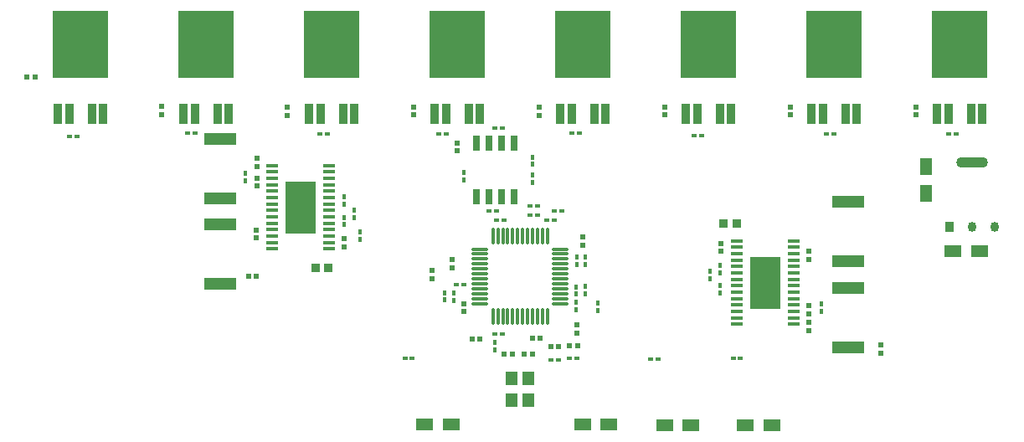
<source format=gtp>
G04*
G04 #@! TF.GenerationSoftware,Altium Limited,Altium Designer,23.4.1 (23)*
G04*
G04 Layer_Color=8421504*
%FSLAX44Y44*%
%MOMM*%
G71*
G04*
G04 #@! TF.SameCoordinates,69872263-788E-4E38-85BF-5BAD4D7AD8B8*
G04*
G04*
G04 #@! TF.FilePolarity,Positive*
G04*
G01*
G75*
G04:AMPARAMS|DCode=17|XSize=3.1mm|YSize=5.18mm|CornerRadius=0.0465mm|HoleSize=0mm|Usage=FLASHONLY|Rotation=180.000|XOffset=0mm|YOffset=0mm|HoleType=Round|Shape=RoundedRectangle|*
%AMROUNDEDRECTD17*
21,1,3.1000,5.0870,0,0,180.0*
21,1,3.0070,5.1800,0,0,180.0*
1,1,0.0930,-1.5035,2.5435*
1,1,0.0930,1.5035,2.5435*
1,1,0.0930,1.5035,-2.5435*
1,1,0.0930,-1.5035,-2.5435*
%
%ADD17ROUNDEDRECTD17*%
G04:AMPARAMS|DCode=18|XSize=0.35mm|YSize=1.25mm|CornerRadius=0.0508mm|HoleSize=0mm|Usage=FLASHONLY|Rotation=270.000|XOffset=0mm|YOffset=0mm|HoleType=Round|Shape=RoundedRectangle|*
%AMROUNDEDRECTD18*
21,1,0.3500,1.1485,0,0,270.0*
21,1,0.2485,1.2500,0,0,270.0*
1,1,0.1015,-0.5743,-0.1243*
1,1,0.1015,-0.5743,0.1243*
1,1,0.1015,0.5743,0.1243*
1,1,0.1015,0.5743,-0.1243*
%
%ADD18ROUNDEDRECTD18*%
%ADD19O,0.3000X1.8000*%
%ADD20O,1.8000X0.3000*%
%ADD21R,0.5200X0.5200*%
%ADD22R,5.6500X6.8000*%
%ADD23R,0.8500X2.0500*%
%ADD24R,0.4500X0.5000*%
%ADD25R,0.5000X0.4500*%
%ADD26R,0.5200X0.5200*%
%ADD27R,0.8500X0.9000*%
%ADD28R,1.2000X1.4000*%
%ADD29R,0.8721X1.0043*%
G04:AMPARAMS|DCode=30|XSize=1.0043mm|YSize=0.8721mm|CornerRadius=0.4361mm|HoleSize=0mm|Usage=FLASHONLY|Rotation=90.000|XOffset=0mm|YOffset=0mm|HoleType=Round|Shape=RoundedRectangle|*
%AMROUNDEDRECTD30*
21,1,1.0043,0.0000,0,0,90.0*
21,1,0.1322,0.8721,0,0,90.0*
1,1,0.8721,0.0000,0.0661*
1,1,0.8721,0.0000,-0.0661*
1,1,0.8721,0.0000,-0.0661*
1,1,0.8721,0.0000,0.0661*
%
%ADD30ROUNDEDRECTD30*%
G04:AMPARAMS|DCode=31|XSize=1.0043mm|YSize=3.1821mm|CornerRadius=0.4369mm|HoleSize=0mm|Usage=FLASHONLY|Rotation=90.000|XOffset=0mm|YOffset=0mm|HoleType=Round|Shape=RoundedRectangle|*
%AMROUNDEDRECTD31*
21,1,1.0043,2.3084,0,0,90.0*
21,1,0.1306,3.1821,0,0,90.0*
1,1,0.8737,1.1542,0.0653*
1,1,0.8737,1.1542,-0.0653*
1,1,0.8737,-1.1542,-0.0653*
1,1,0.8737,-1.1542,0.0653*
%
%ADD31ROUNDEDRECTD31*%
%ADD32R,1.3000X1.7000*%
%ADD33R,1.7000X1.3000*%
%ADD34R,3.3000X1.2500*%
%ADD35R,0.6500X1.5250*%
D17*
X812800Y190500D02*
D03*
X342900Y266700D02*
D03*
D18*
X784050Y232750D02*
D03*
Y226250D02*
D03*
Y219750D02*
D03*
Y213250D02*
D03*
Y206750D02*
D03*
Y200250D02*
D03*
Y193750D02*
D03*
Y187250D02*
D03*
Y180750D02*
D03*
Y174250D02*
D03*
Y167750D02*
D03*
Y161250D02*
D03*
Y154750D02*
D03*
Y148250D02*
D03*
X841550Y232750D02*
D03*
Y226250D02*
D03*
Y219750D02*
D03*
Y213250D02*
D03*
Y206750D02*
D03*
Y200250D02*
D03*
Y193750D02*
D03*
Y187250D02*
D03*
Y180750D02*
D03*
Y174250D02*
D03*
Y167750D02*
D03*
Y161250D02*
D03*
Y154750D02*
D03*
Y148250D02*
D03*
X314150Y308950D02*
D03*
Y302450D02*
D03*
Y295950D02*
D03*
Y289450D02*
D03*
Y282950D02*
D03*
Y276450D02*
D03*
Y269950D02*
D03*
Y263450D02*
D03*
Y256950D02*
D03*
Y250450D02*
D03*
Y243950D02*
D03*
Y237450D02*
D03*
Y230950D02*
D03*
Y224450D02*
D03*
X371650Y308950D02*
D03*
Y302450D02*
D03*
Y295950D02*
D03*
Y289450D02*
D03*
Y282950D02*
D03*
Y276450D02*
D03*
Y269950D02*
D03*
Y263450D02*
D03*
Y256950D02*
D03*
Y250450D02*
D03*
Y243950D02*
D03*
Y237450D02*
D03*
Y230950D02*
D03*
Y224450D02*
D03*
D19*
X537650Y156350D02*
D03*
X542650D02*
D03*
X547650D02*
D03*
X552650D02*
D03*
X557650D02*
D03*
X562650D02*
D03*
X567650D02*
D03*
X572650D02*
D03*
X577650D02*
D03*
X582650D02*
D03*
X587650D02*
D03*
X592650D02*
D03*
Y237350D02*
D03*
X587650D02*
D03*
X582650D02*
D03*
X577650D02*
D03*
X572650D02*
D03*
X567650D02*
D03*
X562650D02*
D03*
X557650D02*
D03*
X552650D02*
D03*
X547650D02*
D03*
X542650D02*
D03*
X537650D02*
D03*
D20*
X605650Y169350D02*
D03*
Y174350D02*
D03*
Y179350D02*
D03*
Y184350D02*
D03*
Y189350D02*
D03*
Y194350D02*
D03*
Y199350D02*
D03*
Y204350D02*
D03*
Y209350D02*
D03*
Y214350D02*
D03*
Y219350D02*
D03*
Y224350D02*
D03*
X524650D02*
D03*
Y219350D02*
D03*
Y214350D02*
D03*
Y209350D02*
D03*
Y204350D02*
D03*
Y199350D02*
D03*
Y194350D02*
D03*
Y189350D02*
D03*
Y184350D02*
D03*
Y179350D02*
D03*
Y174350D02*
D03*
Y169350D02*
D03*
D21*
X929640Y127190D02*
D03*
Y119190D02*
D03*
X299071Y288128D02*
D03*
Y296128D02*
D03*
X476003Y194652D02*
D03*
Y202652D02*
D03*
X857250Y150050D02*
D03*
Y142050D02*
D03*
X856803Y167001D02*
D03*
Y159002D02*
D03*
X496570Y213550D02*
D03*
Y205550D02*
D03*
X622300Y147700D02*
D03*
Y139700D02*
D03*
X299073Y308070D02*
D03*
Y316070D02*
D03*
X508000Y161100D02*
D03*
Y169100D02*
D03*
X628650Y236600D02*
D03*
Y228600D02*
D03*
X298347Y235631D02*
D03*
Y243631D02*
D03*
X857250Y222250D02*
D03*
Y214250D02*
D03*
X768350Y222250D02*
D03*
Y230250D02*
D03*
X387350Y234950D02*
D03*
Y226950D02*
D03*
X501650Y331850D02*
D03*
Y323850D02*
D03*
X329768Y359697D02*
D03*
Y367697D02*
D03*
X202774Y368558D02*
D03*
Y360558D02*
D03*
X965200Y368300D02*
D03*
Y360300D02*
D03*
X838200Y368300D02*
D03*
Y360300D02*
D03*
X711200Y368300D02*
D03*
Y360300D02*
D03*
X584430Y367809D02*
D03*
Y359809D02*
D03*
X457200Y368300D02*
D03*
Y360300D02*
D03*
D22*
X247650Y431800D02*
D03*
X755650D02*
D03*
X628650D02*
D03*
X1009650D02*
D03*
X882650D02*
D03*
X120650D02*
D03*
X501650D02*
D03*
X374650D02*
D03*
D23*
X270450Y360800D02*
D03*
X259050D02*
D03*
X236250D02*
D03*
X224850D02*
D03*
X778450D02*
D03*
X767050D02*
D03*
X744250D02*
D03*
X732850D02*
D03*
X651450D02*
D03*
X640050D02*
D03*
X617250D02*
D03*
X605850D02*
D03*
X1032450D02*
D03*
X1021050D02*
D03*
X998250D02*
D03*
X986850D02*
D03*
X859850D02*
D03*
X871250D02*
D03*
X894050D02*
D03*
X905450D02*
D03*
X97850D02*
D03*
X109250D02*
D03*
X132050D02*
D03*
X143450D02*
D03*
X478850D02*
D03*
X490250D02*
D03*
X513050D02*
D03*
X524450D02*
D03*
X351850D02*
D03*
X363250D02*
D03*
X386050D02*
D03*
X397450D02*
D03*
D24*
X577850Y299600D02*
D03*
Y292100D02*
D03*
Y317500D02*
D03*
Y310000D02*
D03*
X508000Y302200D02*
D03*
Y294700D02*
D03*
X757226Y194458D02*
D03*
Y201958D02*
D03*
X767288Y187400D02*
D03*
Y179900D02*
D03*
Y200271D02*
D03*
Y207771D02*
D03*
X403089Y241566D02*
D03*
Y234066D02*
D03*
X631392Y216272D02*
D03*
Y208772D02*
D03*
X630847Y186365D02*
D03*
Y178865D02*
D03*
X643890Y170120D02*
D03*
Y162620D02*
D03*
X622396Y208761D02*
D03*
Y216261D02*
D03*
X397397Y263841D02*
D03*
Y256341D02*
D03*
X387350Y269800D02*
D03*
Y277300D02*
D03*
Y256500D02*
D03*
Y249000D02*
D03*
X497840Y180280D02*
D03*
Y172780D02*
D03*
X539270Y122586D02*
D03*
Y130086D02*
D03*
X488472Y172784D02*
D03*
Y180284D02*
D03*
X870129Y161592D02*
D03*
Y169092D02*
D03*
X287020Y300930D02*
D03*
Y293430D02*
D03*
X621910Y186282D02*
D03*
Y178782D02*
D03*
Y170268D02*
D03*
Y162768D02*
D03*
D25*
X748940Y339564D02*
D03*
X741440D02*
D03*
X625152Y341511D02*
D03*
X617652D02*
D03*
X882764Y340805D02*
D03*
X875264D02*
D03*
X1005895Y341181D02*
D03*
X998395D02*
D03*
X539930Y346710D02*
D03*
X547430D02*
D03*
X780550Y114282D02*
D03*
X788050D02*
D03*
X482595Y341148D02*
D03*
X490095D02*
D03*
X607212Y262740D02*
D03*
X599712D02*
D03*
X448672Y113756D02*
D03*
X456172D02*
D03*
X599787Y253875D02*
D03*
X592287D02*
D03*
X116974Y338426D02*
D03*
X109474D02*
D03*
X582870Y267970D02*
D03*
X575370D02*
D03*
X704624Y113483D02*
D03*
X697124D02*
D03*
X547003Y138741D02*
D03*
X539503D02*
D03*
X500679Y188822D02*
D03*
X508179D02*
D03*
X533752Y262544D02*
D03*
X541252D02*
D03*
X603994Y112510D02*
D03*
X596494D02*
D03*
X548740Y253957D02*
D03*
X541240D02*
D03*
X575370Y259080D02*
D03*
X582870D02*
D03*
X370312Y341176D02*
D03*
X362812D02*
D03*
X228783Y341568D02*
D03*
X236283D02*
D03*
X622457Y114282D02*
D03*
X614957D02*
D03*
D26*
X596014Y126103D02*
D03*
X604014D02*
D03*
X615040Y126369D02*
D03*
X623040D02*
D03*
X569487Y117975D02*
D03*
X577486D02*
D03*
X549040Y117768D02*
D03*
X557040D02*
D03*
X516700Y133350D02*
D03*
X524700D02*
D03*
X585660Y134620D02*
D03*
X577660D02*
D03*
X298450Y196850D02*
D03*
X290450D02*
D03*
X66488Y398757D02*
D03*
X74488D02*
D03*
D27*
X358122Y204999D02*
D03*
X371122D02*
D03*
X771065Y250524D02*
D03*
X784065D02*
D03*
D28*
X556650Y71550D02*
D03*
Y93550D02*
D03*
X573650D02*
D03*
Y71550D02*
D03*
D29*
X999450Y246450D02*
D03*
D30*
X1022350D02*
D03*
X1045250D02*
D03*
D31*
X1022350Y312350D02*
D03*
D32*
X975769Y281131D02*
D03*
Y308131D02*
D03*
D33*
X1002500Y222250D02*
D03*
X1029500D02*
D03*
X792892Y46424D02*
D03*
X819892D02*
D03*
X628096Y46645D02*
D03*
X655096D02*
D03*
X711110Y46438D02*
D03*
X738110D02*
D03*
X468536Y47461D02*
D03*
X495536D02*
D03*
D34*
X261620Y336070D02*
D03*
Y276070D02*
D03*
Y189710D02*
D03*
Y249710D02*
D03*
X896620Y272570D02*
D03*
Y212570D02*
D03*
Y124940D02*
D03*
Y184940D02*
D03*
D35*
X520700Y331920D02*
D03*
X533400D02*
D03*
X546100D02*
D03*
X558800D02*
D03*
Y277680D02*
D03*
X546100D02*
D03*
X533400D02*
D03*
X520700D02*
D03*
M02*

</source>
